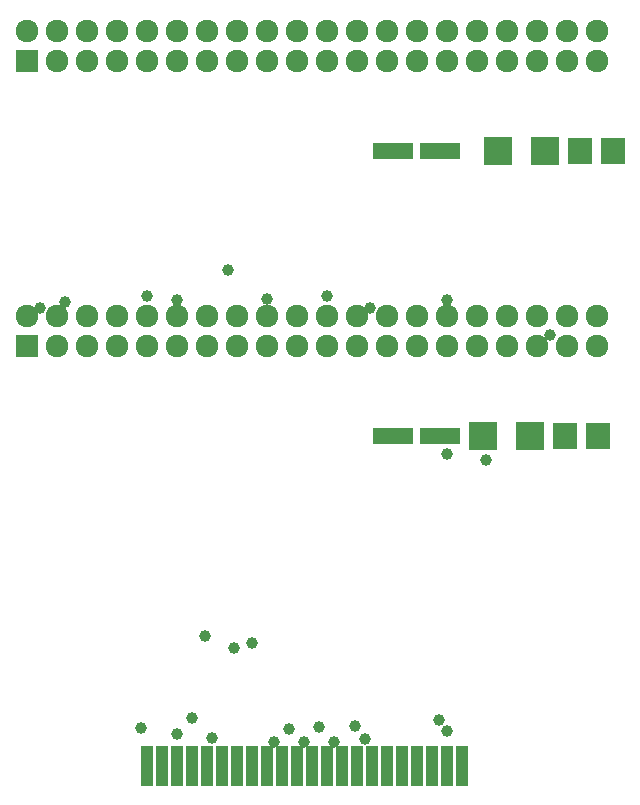
<source format=gts>
G04 #@! TF.FileFunction,Soldermask,Top*
%FSLAX46Y46*%
G04 Gerber Fmt 4.6, Leading zero omitted, Abs format (unit mm)*
G04 Created by KiCad (PCBNEW 4.0.2+dfsg1-stable) date Fri 01 Mar 2019 18:56:52 CET*
%MOMM*%
G01*
G04 APERTURE LIST*
%ADD10C,0.100000*%
%ADD11R,1.920000X1.920000*%
%ADD12C,1.920000*%
%ADD13R,1.035000X3.400000*%
%ADD14R,3.400000X1.400000*%
%ADD15R,1.997660X2.200860*%
%ADD16R,2.400000X2.400000*%
%ADD17C,1.000000*%
G04 APERTURE END LIST*
D10*
D11*
X132080000Y-71120000D03*
D12*
X132080000Y-68580000D03*
X134620000Y-71120000D03*
X134620000Y-68580000D03*
X137160000Y-71120000D03*
X137160000Y-68580000D03*
X139700000Y-71120000D03*
X139700000Y-68580000D03*
X142240000Y-71120000D03*
X142240000Y-68580000D03*
X144780000Y-71120000D03*
X144780000Y-68580000D03*
X147320000Y-71120000D03*
X147320000Y-68580000D03*
X149860000Y-71120000D03*
X149860000Y-68580000D03*
X152400000Y-71120000D03*
X152400000Y-68580000D03*
X154940000Y-71120000D03*
X154940000Y-68580000D03*
X157480000Y-71120000D03*
X157480000Y-68580000D03*
X160020000Y-71120000D03*
X160020000Y-68580000D03*
X162560000Y-71120000D03*
X162560000Y-68580000D03*
X165100000Y-71120000D03*
X165100000Y-68580000D03*
X167640000Y-71120000D03*
X167640000Y-68580000D03*
X170180000Y-71120000D03*
X170180000Y-68580000D03*
X172720000Y-71120000D03*
X172720000Y-68580000D03*
X175260000Y-71120000D03*
X175260000Y-68580000D03*
X177800000Y-71120000D03*
X177800000Y-68580000D03*
X180340000Y-71120000D03*
X180340000Y-68580000D03*
D13*
X142240000Y-130810000D03*
X143510000Y-130810000D03*
X144780000Y-130810000D03*
X146050000Y-130810000D03*
X147320000Y-130810000D03*
X148590000Y-130810000D03*
X149860000Y-130810000D03*
X151130000Y-130810000D03*
X152400000Y-130810000D03*
X153670000Y-130810000D03*
X154940000Y-130810000D03*
X156210000Y-130810000D03*
X157480000Y-130810000D03*
X158750000Y-130810000D03*
X160020000Y-130810000D03*
X161290000Y-130810000D03*
X162560000Y-130810000D03*
X163830000Y-130810000D03*
X165100000Y-130810000D03*
X166370000Y-130810000D03*
X167640000Y-130810000D03*
X168910000Y-130810000D03*
D14*
X163100000Y-102870000D03*
X167100000Y-102870000D03*
X163100000Y-78740000D03*
X167100000Y-78740000D03*
D15*
X177650140Y-102870000D03*
X180489860Y-102870000D03*
X178920140Y-78740000D03*
X181759860Y-78740000D03*
D16*
X174720000Y-102870000D03*
X170720000Y-102870000D03*
X175990000Y-78740000D03*
X171990000Y-78740000D03*
D11*
X132080000Y-95250000D03*
D12*
X132080000Y-92710000D03*
X134620000Y-95250000D03*
X134620000Y-92710000D03*
X137160000Y-95250000D03*
X137160000Y-92710000D03*
X139700000Y-95250000D03*
X139700000Y-92710000D03*
X142240000Y-95250000D03*
X142240000Y-92710000D03*
X144780000Y-95250000D03*
X144780000Y-92710000D03*
X147320000Y-95250000D03*
X147320000Y-92710000D03*
X149860000Y-95250000D03*
X149860000Y-92710000D03*
X152400000Y-95250000D03*
X152400000Y-92710000D03*
X154940000Y-95250000D03*
X154940000Y-92710000D03*
X157480000Y-95250000D03*
X157480000Y-92710000D03*
X160020000Y-95250000D03*
X160020000Y-92710000D03*
X162560000Y-95250000D03*
X162560000Y-92710000D03*
X165100000Y-95250000D03*
X165100000Y-92710000D03*
X167640000Y-95250000D03*
X167640000Y-92710000D03*
X170180000Y-95250000D03*
X170180000Y-92710000D03*
X172720000Y-95250000D03*
X172720000Y-92710000D03*
X175260000Y-95250000D03*
X175260000Y-92710000D03*
X177800000Y-95250000D03*
X177800000Y-92710000D03*
X180340000Y-95250000D03*
X180340000Y-92710000D03*
D17*
X141781300Y-127655600D03*
X133215400Y-92053400D03*
X135316200Y-91562300D03*
X144780000Y-128114600D03*
X146050000Y-126807800D03*
X147754200Y-128500500D03*
X142240000Y-91074000D03*
X147145700Y-119828600D03*
X144780000Y-91356900D03*
X149668200Y-120814400D03*
X151130000Y-120436300D03*
X152994200Y-128810900D03*
X152400000Y-91259900D03*
X154263700Y-127694200D03*
X155532700Y-128810900D03*
X157480000Y-91071500D03*
X156800700Y-127530600D03*
X161155400Y-92038700D03*
X158066600Y-128810900D03*
X159860600Y-127479300D03*
X160718200Y-128532100D03*
X167640000Y-91400100D03*
X171016100Y-104962200D03*
X176395300Y-94327500D03*
X167696900Y-104387000D03*
X167640000Y-127858500D03*
X167005000Y-126904100D03*
X149123600Y-88817700D03*
M02*

</source>
